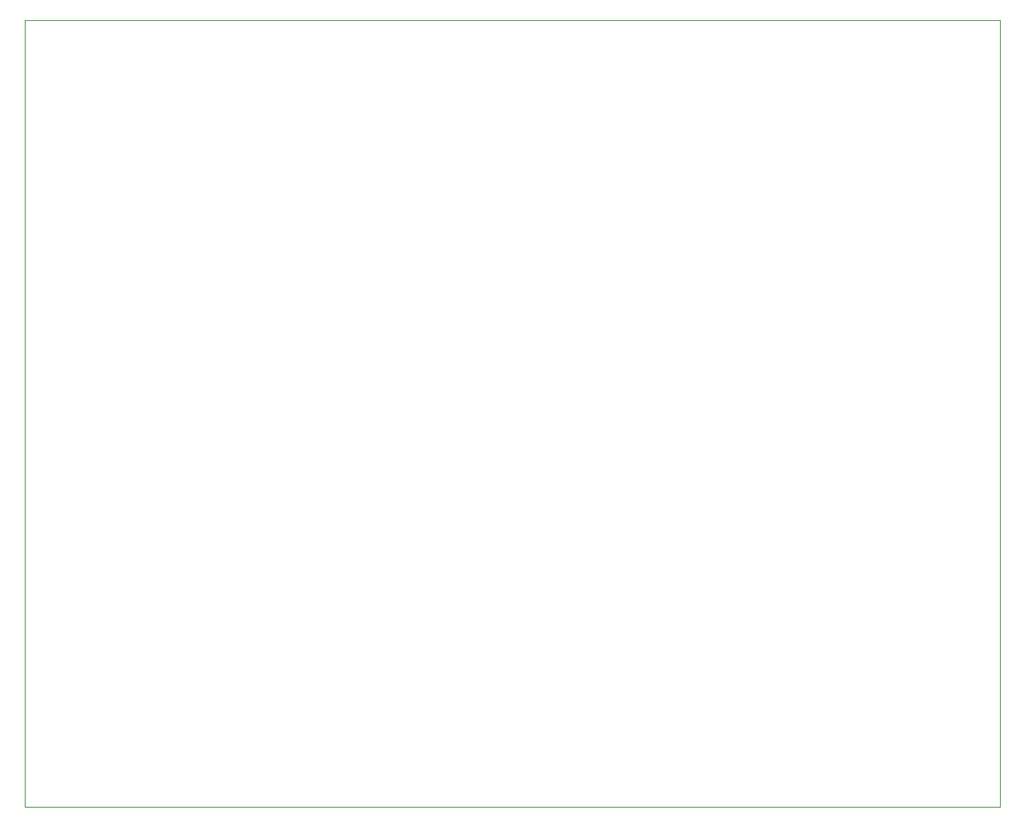
<source format=gm1>
%TF.GenerationSoftware,KiCad,Pcbnew,8.0.2*%
%TF.CreationDate,2024-10-02T19:45:14-04:00*%
%TF.ProjectId,FewawiControlBoard,46657761-7769-4436-9f6e-74726f6c426f,rev?*%
%TF.SameCoordinates,Original*%
%TF.FileFunction,Profile,NP*%
%FSLAX46Y46*%
G04 Gerber Fmt 4.6, Leading zero omitted, Abs format (unit mm)*
G04 Created by KiCad (PCBNEW 8.0.2) date 2024-10-02 19:45:14*
%MOMM*%
%LPD*%
G01*
G04 APERTURE LIST*
%TA.AperFunction,Profile*%
%ADD10C,0.050000*%
%TD*%
G04 APERTURE END LIST*
D10*
X96480000Y-52940000D02*
X202980000Y-52940000D01*
X202980000Y-138940000D01*
X96480000Y-138940000D01*
X96480000Y-52940000D01*
M02*

</source>
